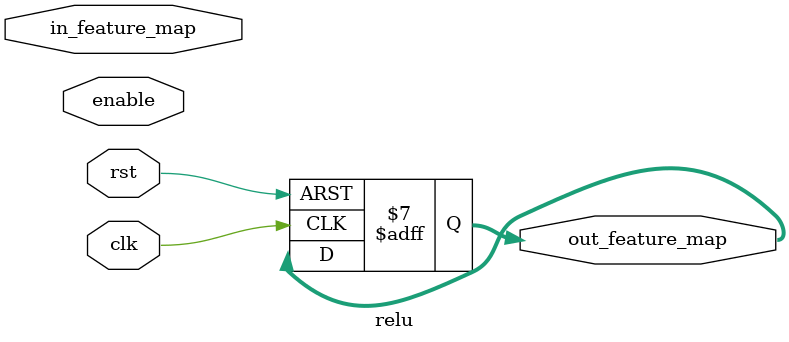
<source format=v>
module relu #(
    parameter WIDTH = 0
)(
    input wire clk,
    input wire rst,
    input wire enable,
    input wire [WIDTH-1:0] in_feature_map,
    output reg [WIDTH-1:0] out_feature_map
);
    integer i;
    always @(posedge clk or posedge rst) begin
        if (rst) begin
            out_feature_map <= 0;
        end else if (enable) begin
            for (i = 0; i < WIDTH; i = i + 1) begin
                out_feature_map[i] <= (in_feature_map[i] > 0) ? in_feature_map[i] : 0;
            end
        end
    end

    // Debug statement for ReLU
    always @(posedge clk) begin
        if (enable) begin
            $display("ReLU output: %h", out_feature_map);
        end
    end

endmodule

</source>
